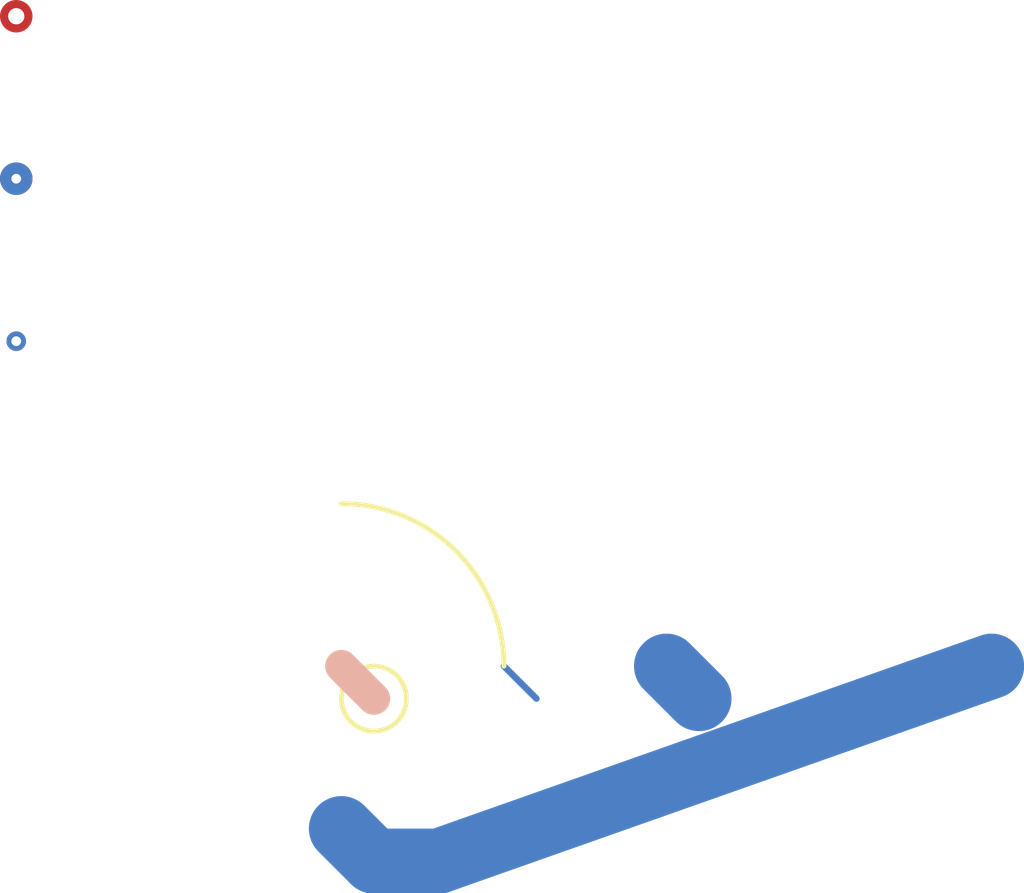
<source format=kicad_pcb>
(kicad_pcb
	(version 20241228)
	(generator "pcbnew")
	(generator_version "9.0")
	(general
		(thickness 1.6)
		(legacy_teardrops no)
	)
	(paper "A4")
	(layers
		(0 "F.Cu" signal)
		(2 "B.Cu" signal)
		(9 "F.Adhes" user "F.Adhesive")
		(11 "B.Adhes" user "B.Adhesive")
		(13 "F.Paste" user)
		(15 "B.Paste" user)
		(5 "F.SilkS" user "F.Silkscreen")
		(7 "B.SilkS" user "B.Silkscreen")
		(1 "F.Mask" user)
		(3 "B.Mask" user)
		(17 "Dwgs.User" user "User.Drawings")
		(19 "Cmts.User" user "User.Comments")
		(21 "Eco1.User" user "User.Eco1")
		(23 "Eco2.User" user "User.Eco2")
		(25 "Edge.Cuts" user)
		(27 "Margin" user)
		(31 "F.CrtYd" user "F.Courtyard")
		(29 "B.CrtYd" user "B.Courtyard")
		(35 "F.Fab" user)
		(33 "B.Fab" user)
		(39 "User.1" signal)
		(41 "User.2" signal)
		(43 "User.3" signal)
		(45 "User.4" signal)
		(47 "User.5" signal)
		(49 "User.6" signal)
		(51 "User.7" signal)
		(53 "User.8" signal)
		(55 "User.9" signal)
	)
	(setup
		(pad_to_mask_clearance 0)
		(allow_soldermask_bridges_in_footprints no)
		(tenting front back)
		(pcbplotparams
			(layerselection 0x000010fc_ffffffff)
			(plot_on_all_layers_selection 0x00000000_00000000)
			(disableapertmacros no)
			(usegerberextensions no)
			(usegerberattributes yes)
			(usegerberadvancedattributes yes)
			(creategerberjobfile yes)
			(dashed_line_dash_ratio 12.000000)
			(dashed_line_gap_ratio 3.000000)
			(svgprecision 4)
			(plotframeref no)
			(mode 1)
			(useauxorigin no)
			(hpglpennumber 1)
			(hpglpenspeed 20)
			(hpglpendiameter 15.000000)
			(pdf_front_fp_property_popups yes)
			(pdf_back_fp_property_popups yes)
			(pdf_metadata yes)
			(dxfpolygonmode yes)
			(dxfimperialunits yes)
			(dxfusepcbnewfont yes)
			(psnegative no)
			(psa4output no)
			(plotinvisibletext no)
			(sketchpadsonfab no)
			(plotpadnumbers no)
			(hidednponfab no)
			(sketchdnponfab yes)
			(crossoutdnponfab yes)
			(subtractmaskfromsilk no)
			(outputformat 1)
			(mirror no)
			(drillshape 1)
			(scaleselection 1)
			(outputdirectory "")
		)
	)
	(net 0 "")
	(gr_arc
		(start 0 -5)
		(mid 3.535534 -3.535534)
		(end 5 0)
		(stroke
			(width 0.15)
			(type default)
		)
		(layer "F.SilkS")
		(uuid "a490f151-8661-4e33-9137-c5cd5be72e8e")
	)
	(gr_circle
		(center 1 1)
		(end 1 2)
		(stroke
			(width 0.15)
			(type default)
		)
		(fill no)
		(layer "F.SilkS")
		(uuid "d98dc4ca-0807-4d4d-afac-43233aebfd91")
	)
	(gr_line
		(start 0 0)
		(end 1 1)
		(stroke
			(width 1)
			(type default)
		)
		(layer "B.SilkS")
		(uuid "138aae59-728f-4705-ad6a-62dafb987e5e")
	)
	(segment
		(start 0 0)
		(end 1 1)
		(width 0.2)
		(layer "F.Cu")
		(net 0)
		(uuid "0c4a96c4-5a4a-4751-85db-eb22a4b27eec")
	)
	(via
		(at -10 -10)
		(size 0.6)
		(drill 0.3)
		(layers "F.Cu" "B.Cu")
		(net 0)
		(uuid "19f27a12-9142-4bfe-b34c-72dece3fed5f")
	)
	(via blind
		(at -10 -20)
		(size 1)
		(drill 0.5)
		(layers "F.Cu" "In1.Cu")
		(net 0)
		(uuid "2ab6acbc-59e9-4988-b70e-be7ca94a6ba1")
	)
	(via
		(at -10 -15)
		(size 1)
		(drill 0.3)
		(layers "F.Cu" "B.Cu")
		(net 0)
		(uuid "33f2b4c2-abad-400d-aa98-48a85351f2b7")
	)
	(segment
		(start 1 6)
		(end 3 6)
		(width 2)
		(layer "B.Cu")
		(net 0)
		(uuid "04843942-9c46-4939-bcdb-b7a3722abc60")
	)
	(segment
		(start 3 6)
		(end 20 0)
		(width 2)
		(layer "B.Cu")
		(net 0)
		(uuid "129c41d0-102b-4060-885e-3509d3d13812")
	)
	(segment
		(start 5 0)
		(end 6 1)
		(width 0.2)
		(layer "B.Cu")
		(net 0)
		(uuid "59a2e98d-d6f3-45cf-9d16-38715024ab53")
	)
	(segment
		(start 0 5)
		(end 1 6)
		(width 2)
		(layer "B.Cu")
		(net 0)
		(uuid "64a4ef02-252c-44da-9c81-4d265467f95a")
	)
	(segment
		(start 10 0)
		(end 11 1)
		(width 2)
		(layer "B.Cu")
		(net 0)
		(uuid "9d7c9697-ae7c-434f-a032-a5229c59864e")
	)
	(via blind
		(at -10 -20)
		(size 1)
		(drill 0.3)
		(layers "In1.Cu" "In2.Cu")
		(net 0)
		(uuid "5211c60e-e4b6-477b-97d9-6bba9d57fce1")
	)
	(embedded_fonts no)
)

</source>
